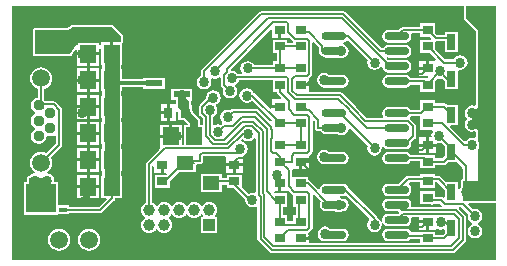
<source format=gbl>
G04 Layer_Physical_Order=2*
G04 Layer_Color=16711680*
%FSLAX24Y24*%
%MOIN*%
G70*
G01*
G75*
%ADD10R,0.0315X0.0354*%
%ADD11R,0.0551X0.0591*%
%ADD12R,0.0256X0.0157*%
%ADD13R,0.0984X0.0965*%
%ADD18C,0.0060*%
%ADD20C,0.0080*%
%ADD21C,0.0394*%
%ADD22R,0.0394X0.0394*%
%ADD23R,0.0591X0.0591*%
%ADD24C,0.0591*%
%ADD25C,0.0370*%
%ADD26C,0.0340*%
%ADD27R,0.0354X0.0315*%
%ADD28R,0.0571X0.0236*%
%ADD29R,0.0551X0.0472*%
%ADD30R,0.0315X0.0551*%
%ADD31R,0.0394X0.1575*%
%ADD32O,0.0827X0.0276*%
%ADD33C,0.0250*%
%ADD34C,0.0500*%
%ADD35C,0.0120*%
G36*
X178664Y125306D02*
X178638Y125267D01*
X178622Y125186D01*
X178638Y125105D01*
X178684Y125036D01*
X178753Y124990D01*
X178834Y124974D01*
X179136D01*
X179157Y124960D01*
X179251Y124941D01*
X179345Y124960D01*
X179366Y124974D01*
X179385D01*
X179466Y124990D01*
X179535Y125036D01*
X179581Y125105D01*
X179597Y125186D01*
X179581Y125267D01*
X179535Y125336D01*
X179466Y125382D01*
X179385Y125398D01*
X179366D01*
X179345Y125412D01*
X179284Y125424D01*
X179289Y125474D01*
X179385D01*
X179466Y125490D01*
X179497Y125511D01*
X180283Y124726D01*
X180280Y124691D01*
X180227Y124611D01*
X180208Y124518D01*
X180227Y124424D01*
X180280Y124345D01*
X180359Y124292D01*
X180453Y124273D01*
X180546Y124292D01*
X180626Y124345D01*
X180679Y124424D01*
X180697Y124518D01*
X180687Y124571D01*
X180734Y124591D01*
X180770Y124536D01*
X180839Y124490D01*
X180920Y124474D01*
X181471D01*
X181553Y124490D01*
X181621Y124536D01*
X181667Y124605D01*
X181683Y124686D01*
X181675Y124727D01*
X181716Y124777D01*
X181942D01*
Y124671D01*
X182219D01*
Y124621D01*
X182269D01*
Y124364D01*
X182497D01*
Y124378D01*
X182547Y124405D01*
X182580Y124382D01*
X182673Y124364D01*
X182734Y124376D01*
X182784Y124338D01*
Y124245D01*
X182721Y124182D01*
X182467D01*
Y124297D01*
X181972D01*
Y124275D01*
X181662D01*
X181621Y124336D01*
X181553Y124382D01*
X181471Y124398D01*
X180920D01*
X180839Y124382D01*
X180770Y124336D01*
X180725Y124267D01*
X180708Y124186D01*
X180725Y124105D01*
X180770Y124036D01*
X180839Y123990D01*
X180920Y123974D01*
X181471D01*
X181553Y123990D01*
X181621Y124036D01*
X181631Y124051D01*
X181972D01*
Y123914D01*
X178264D01*
Y124020D01*
X177987D01*
Y124120D01*
X178264D01*
Y124252D01*
X178273Y124258D01*
X178354Y124339D01*
X178354Y124339D01*
X178378Y124375D01*
X178387Y124418D01*
Y125512D01*
X178437Y125533D01*
X178664Y125306D01*
D02*
G37*
G36*
X183433Y131407D02*
X183438Y131380D01*
X183453Y131357D01*
X183826Y130984D01*
Y130325D01*
Y128523D01*
X183819Y128514D01*
X183776Y128488D01*
X183701Y128503D01*
X183607Y128484D01*
X183528Y128431D01*
X183475Y128352D01*
X183456Y128258D01*
X183475Y128164D01*
X183528Y128085D01*
Y128037D01*
X183475Y127958D01*
X183456Y127864D01*
X183475Y127771D01*
X183528Y127691D01*
X183607Y127638D01*
X183701Y127619D01*
X183776Y127634D01*
X183819Y127608D01*
X183826Y127599D01*
Y127436D01*
X183776Y127405D01*
X183701Y127420D01*
X183607Y127401D01*
X183528Y127348D01*
X183510Y127321D01*
X183446Y127315D01*
X182974Y127787D01*
X182993Y127834D01*
X183239D01*
Y128525D01*
X182874D01*
X182860Y128539D01*
X182823Y128563D01*
X182780Y128572D01*
X182780Y128572D01*
X182467D01*
Y128687D01*
X181972D01*
Y128371D01*
X181958Y128357D01*
X181646D01*
X181621Y128395D01*
X181553Y128441D01*
X181471Y128457D01*
X180920D01*
X180839Y128441D01*
X180770Y128395D01*
X180725Y128326D01*
X180708Y128245D01*
X180725Y128164D01*
X180744Y128135D01*
X180717Y128085D01*
X180191D01*
X179849Y128428D01*
X179847Y128436D01*
X179825Y128470D01*
X179375Y128919D01*
X179342Y128941D01*
X179303Y128949D01*
X178264D01*
Y129138D01*
X177987D01*
Y129238D01*
X178264D01*
Y129401D01*
X178278Y129410D01*
X178336Y129468D01*
X178359Y129501D01*
X178366Y129540D01*
Y130597D01*
X178413Y130616D01*
X178588Y130441D01*
Y130304D01*
X178596Y130261D01*
X178620Y130225D01*
X178650Y130205D01*
X178684Y130154D01*
X178753Y130108D01*
X178834Y130092D01*
X179217D01*
X179226Y130086D01*
X179320Y130067D01*
X179414Y130086D01*
X179440Y130103D01*
X179466Y130108D01*
X179535Y130154D01*
X179581Y130223D01*
X179597Y130304D01*
X179581Y130385D01*
X179535Y130454D01*
X179497Y130479D01*
X179493Y130485D01*
X179414Y130538D01*
X179387Y130543D01*
X179385Y130592D01*
X179466Y130608D01*
X179535Y130654D01*
X179581Y130659D01*
X180225Y130015D01*
X180208Y129931D01*
X180227Y129837D01*
X180280Y129758D01*
X180359Y129705D01*
X180453Y129686D01*
X180546Y129705D01*
X180626Y129758D01*
X180660Y129810D01*
X180679Y129807D01*
X180710Y129795D01*
X180725Y129723D01*
X180770Y129654D01*
X180839Y129608D01*
X180920Y129592D01*
X181471D01*
X181553Y129608D01*
X181621Y129654D01*
X181667Y129723D01*
X181683Y129804D01*
X181667Y129885D01*
X181621Y129954D01*
X181553Y130000D01*
X181471Y130016D01*
X180920D01*
X180898Y130012D01*
X180856Y130054D01*
X180880Y130100D01*
X180920Y130092D01*
X181471D01*
X181553Y130108D01*
X181621Y130154D01*
X181667Y130223D01*
X181683Y130304D01*
X181667Y130385D01*
X181621Y130454D01*
X181553Y130500D01*
X181471Y130516D01*
X180920D01*
X180839Y130500D01*
X180770Y130454D01*
X180738Y130406D01*
X180688D01*
X179485Y131608D01*
X179452Y131630D01*
X179413Y131638D01*
X176656D01*
X176617Y131630D01*
X176584Y131608D01*
X174692Y129716D01*
X174670Y129683D01*
X174662Y129644D01*
Y129511D01*
X174591Y129464D01*
X174538Y129385D01*
X174520Y129291D01*
X174538Y129197D01*
X174591Y129118D01*
X174671Y129065D01*
X174764Y129046D01*
X174858Y129065D01*
X174937Y129118D01*
X174990Y129197D01*
X175009Y129291D01*
X174990Y129385D01*
X174989Y129386D01*
X175025Y129422D01*
X175044Y129410D01*
X175138Y129391D01*
X175231Y129410D01*
X175277Y129440D01*
X175327Y129414D01*
Y129187D01*
X175335Y129148D01*
X175357Y129115D01*
X175402Y129070D01*
X175386Y128986D01*
X175404Y128892D01*
X175457Y128813D01*
X175537Y128760D01*
X175630Y128741D01*
X175724Y128760D01*
X175803Y128813D01*
X175856Y128892D01*
X175875Y128986D01*
X175856Y129079D01*
X175810Y129149D01*
X175805Y129163D01*
X175818Y129209D01*
X175872Y129246D01*
X175925Y129325D01*
X175929Y129344D01*
X177051D01*
Y128961D01*
X177137D01*
X177186Y128951D01*
X177195Y128908D01*
X177219Y128871D01*
X177327Y128763D01*
X177308Y128717D01*
X177021D01*
Y128510D01*
X177298D01*
Y128410D01*
X177021D01*
Y128410D01*
X176975Y128390D01*
X176458Y128908D01*
X176421Y128932D01*
X176409Y128934D01*
X176364Y129001D01*
X176285Y129054D01*
X176191Y129073D01*
X176098Y129054D01*
X176018Y129001D01*
X175965Y128922D01*
X175947Y128828D01*
X175965Y128735D01*
X176018Y128655D01*
X176098Y128602D01*
X176191Y128584D01*
X176285Y128602D01*
X176364Y128655D01*
X176390Y128658D01*
X177036Y128013D01*
X177032Y127990D01*
X176979Y127973D01*
X176594Y128358D01*
X176558Y128382D01*
X176515Y128391D01*
X176515Y128391D01*
X175720D01*
X175720Y128391D01*
X175677Y128382D01*
X175641Y128358D01*
X175641Y128358D01*
X175623Y128341D01*
X175551Y128355D01*
X175458Y128336D01*
X175378Y128283D01*
X175325Y128204D01*
X175306Y128110D01*
X175325Y128017D01*
X175361Y127963D01*
X175367Y127916D01*
X175354Y127893D01*
X175318Y127858D01*
X175247Y127872D01*
X175153Y127854D01*
X175123Y127834D01*
X175073Y127860D01*
Y128125D01*
X175144Y128173D01*
X175197Y128252D01*
X175216Y128346D01*
X175197Y128440D01*
X175169Y128482D01*
X175172Y128534D01*
X175252Y128587D01*
X175305Y128666D01*
X175323Y128760D01*
X175305Y128853D01*
X175252Y128933D01*
X175172Y128986D01*
X175079Y129005D01*
X174985Y128986D01*
X174906Y128933D01*
X174853Y128853D01*
X174834Y128760D01*
X174838Y128739D01*
X174629Y128530D01*
X174607Y128497D01*
X174599Y128458D01*
Y128234D01*
X174607Y128195D01*
X174629Y128162D01*
X174722Y128068D01*
Y127836D01*
X174648D01*
Y127943D01*
X174632Y128019D01*
X174589Y128084D01*
X174394Y128279D01*
X174380Y128352D01*
X174361Y128379D01*
Y128505D01*
X174333D01*
Y128583D01*
X174323Y128630D01*
X174359Y128680D01*
X174381D01*
Y129056D01*
X174079D01*
X174026Y129067D01*
X173972Y129056D01*
X173670D01*
Y128680D01*
X173827D01*
Y128535D01*
X173633D01*
Y128258D01*
Y127981D01*
X173840D01*
Y128272D01*
X173866Y128295D01*
X173890Y128301D01*
X173906Y128285D01*
Y128011D01*
X174100D01*
X174225Y127886D01*
X174204Y127836D01*
X174103D01*
Y127177D01*
X174037D01*
Y127420D01*
X173661D01*
X173286D01*
Y127075D01*
X173286Y127075D01*
X173286D01*
X173270Y127031D01*
X172869Y126630D01*
X172847Y126597D01*
X172839Y126558D01*
Y125264D01*
X172806Y125251D01*
X172751Y125208D01*
X172708Y125152D01*
X172681Y125087D01*
X172672Y125018D01*
X172681Y124948D01*
X172708Y124883D01*
X172751Y124827D01*
X172789Y124798D01*
X172793Y124788D01*
Y124748D01*
X172789Y124738D01*
X172751Y124708D01*
X172708Y124652D01*
X172681Y124587D01*
X172672Y124518D01*
X172681Y124448D01*
X172708Y124383D01*
X172751Y124327D01*
X172806Y124285D01*
X172871Y124258D01*
X172941Y124249D01*
X173011Y124258D01*
X173076Y124285D01*
X173131Y124327D01*
X173161Y124366D01*
X173171Y124370D01*
X173211D01*
X173221Y124366D01*
X173251Y124327D01*
X173306Y124285D01*
X173371Y124258D01*
X173441Y124249D01*
X173511Y124258D01*
X173576Y124285D01*
X173631Y124327D01*
X173674Y124383D01*
X173701Y124448D01*
X173710Y124518D01*
X173701Y124587D01*
X173674Y124652D01*
X173631Y124708D01*
X173593Y124738D01*
X173589Y124748D01*
Y124788D01*
X173593Y124798D01*
X173631Y124827D01*
X173661Y124866D01*
X173671Y124870D01*
X173711D01*
X173721Y124866D01*
X173751Y124827D01*
X173806Y124785D01*
X173871Y124758D01*
X173941Y124749D01*
X174011Y124758D01*
X174076Y124785D01*
X174131Y124827D01*
X174161Y124866D01*
X174171Y124870D01*
X174211D01*
X174221Y124866D01*
X174251Y124827D01*
X174306Y124785D01*
X174371Y124758D01*
X174441Y124749D01*
X174511Y124758D01*
X174576Y124785D01*
X174631Y124827D01*
X174661Y124866D01*
X174671Y124870D01*
X174711D01*
X174721Y124866D01*
X174745Y124835D01*
X174738Y124807D01*
X174724Y124785D01*
X174674D01*
Y124251D01*
X175208D01*
Y124785D01*
X175158D01*
X175144Y124807D01*
X175137Y124835D01*
X175174Y124883D01*
X175201Y124948D01*
X175210Y125018D01*
X175201Y125087D01*
X175174Y125152D01*
X175131Y125208D01*
X175076Y125251D01*
X175011Y125278D01*
X174941Y125287D01*
X174871Y125278D01*
X174806Y125251D01*
X174751Y125208D01*
X174721Y125169D01*
X174711Y125166D01*
X174671D01*
X174661Y125169D01*
X174631Y125208D01*
X174576Y125251D01*
X174511Y125278D01*
X174441Y125287D01*
X174371Y125278D01*
X174306Y125251D01*
X174251Y125208D01*
X174221Y125169D01*
X174211Y125166D01*
X174171D01*
X174161Y125169D01*
X174131Y125208D01*
X174076Y125251D01*
X174011Y125278D01*
X173941Y125287D01*
X173871Y125278D01*
X173806Y125251D01*
X173751Y125208D01*
X173721Y125169D01*
X173711Y125166D01*
X173671D01*
X173661Y125169D01*
X173631Y125208D01*
X173576Y125251D01*
X173511Y125278D01*
X173441Y125287D01*
X173371Y125278D01*
X173306Y125251D01*
X173251Y125208D01*
X173221Y125169D01*
X173211Y125166D01*
X173171D01*
X173161Y125169D01*
X173131Y125208D01*
X173076Y125251D01*
X173043Y125264D01*
Y126483D01*
X173055Y126491D01*
X173105Y126465D01*
Y126265D01*
X173332D01*
Y126522D01*
X173432D01*
Y126265D01*
X173492D01*
X173517Y126215D01*
X173505Y126199D01*
X173135D01*
Y125744D01*
X173629D01*
Y125980D01*
X173924Y126275D01*
X174494D01*
Y126500D01*
X174508Y126509D01*
X174530Y126542D01*
X174530Y126545D01*
X174639D01*
X174678Y126553D01*
X174711Y126575D01*
X174734Y126608D01*
X174741Y126647D01*
Y126816D01*
X175471D01*
X175505Y126780D01*
X175505Y126766D01*
Y126572D01*
X175782D01*
X176059D01*
X176059Y126776D01*
X176068Y126799D01*
X176078Y126822D01*
X176155Y126874D01*
X176208Y126953D01*
X176227Y127047D01*
X176208Y127140D01*
X176155Y127220D01*
X176076Y127273D01*
X176021Y127284D01*
X176005Y127338D01*
X176045Y127378D01*
X176068Y127376D01*
X176147Y127323D01*
X176241Y127304D01*
X176334Y127323D01*
X176414Y127376D01*
X176439Y127414D01*
X176489Y127399D01*
Y125619D01*
X176439Y125580D01*
X176382Y125592D01*
X176288Y125573D01*
X176259Y125553D01*
X176029Y125783D01*
Y126199D01*
X175535D01*
Y126083D01*
X175361D01*
Y126218D01*
X174669D01*
Y125606D01*
X175361D01*
Y125859D01*
X175535D01*
Y125744D01*
X175751D01*
X176139Y125356D01*
X176137Y125347D01*
X176156Y125253D01*
X176209Y125174D01*
X176288Y125121D01*
X176382Y125102D01*
X176476Y125121D01*
X176506Y125141D01*
X176550Y125117D01*
Y124056D01*
X176558Y124017D01*
X176580Y123984D01*
X176954Y123610D01*
X176987Y123588D01*
X177026Y123580D01*
X183053D01*
X183092Y123588D01*
X183125Y123610D01*
X183471Y123957D01*
X183493Y123990D01*
X183501Y124029D01*
Y124770D01*
X183493Y124809D01*
X183471Y124843D01*
X183254Y125060D01*
X183275Y125110D01*
X183344D01*
X183569Y124885D01*
X183555Y124813D01*
X183573Y124719D01*
X183626Y124640D01*
X183694Y124595D01*
X183697Y124581D01*
Y124553D01*
X183694Y124539D01*
X183626Y124494D01*
X183573Y124414D01*
X183555Y124321D01*
X183573Y124227D01*
X183626Y124148D01*
X183706Y124095D01*
X183799Y124076D01*
X183893Y124095D01*
X183972Y124148D01*
X184025Y124227D01*
X184044Y124321D01*
X184025Y124414D01*
X183972Y124494D01*
X183905Y124539D01*
X183901Y124553D01*
Y124581D01*
X183905Y124595D01*
X183972Y124640D01*
X184025Y124719D01*
X184044Y124813D01*
X184025Y124907D01*
X183972Y124986D01*
X183893Y125039D01*
X183799Y125058D01*
X183727Y125043D01*
X183583Y125188D01*
X183602Y125234D01*
X184486D01*
Y123361D01*
X168370D01*
Y131805D01*
X183433D01*
Y131407D01*
D02*
G37*
G36*
X184486Y125305D02*
X183464D01*
X183433Y125326D01*
X183406Y125331D01*
Y125994D01*
X183898D01*
Y127038D01*
X183927Y127082D01*
X183945Y127175D01*
X183927Y127269D01*
X183898Y127313D01*
Y127667D01*
X183701Y127864D01*
Y128258D01*
X183898Y128455D01*
Y130325D01*
Y131014D01*
X183504Y131407D01*
Y131805D01*
X184486D01*
Y125305D01*
D02*
G37*
G36*
X177348Y125643D02*
X177575D01*
X177575Y125643D01*
Y125643D01*
X177617Y125622D01*
X177701Y125538D01*
X177738Y125513D01*
X177740Y125513D01*
Y125122D01*
X177836D01*
Y124849D01*
X177740D01*
Y124642D01*
X177545D01*
Y124849D01*
X177400D01*
Y125122D01*
X177545D01*
Y125577D01*
X177109D01*
X177098Y125593D01*
X177124Y125643D01*
X177248D01*
Y125901D01*
X177348D01*
Y125643D01*
D02*
G37*
G36*
X181972Y127681D02*
X182369D01*
X182396Y127631D01*
X182367Y127589D01*
X182349Y127495D01*
X182353Y127476D01*
X182321Y127438D01*
X182269D01*
Y127230D01*
X182511D01*
X182547Y127260D01*
X182593Y127250D01*
X182665Y127265D01*
X182784Y127146D01*
Y126811D01*
X182714Y126741D01*
X182467D01*
Y126856D01*
X182107D01*
X182103Y126857D01*
X182103Y126857D01*
X181646D01*
X181621Y126895D01*
X181553Y126941D01*
X181471Y126957D01*
X180920D01*
X180839Y126941D01*
X180770Y126895D01*
X180725Y126826D01*
X180708Y126745D01*
X180725Y126664D01*
X180770Y126595D01*
X180839Y126549D01*
X180920Y126533D01*
X181471D01*
X181553Y126549D01*
X181621Y126595D01*
X181646Y126633D01*
X181972D01*
Y126401D01*
X182467D01*
Y126517D01*
X182761D01*
X182761Y126517D01*
X182804Y126525D01*
X182840Y126550D01*
X182904Y126613D01*
X183199D01*
X183374Y126438D01*
X183381Y126404D01*
X183392Y126387D01*
Y126063D01*
X183378Y126060D01*
X183355Y126045D01*
X183340Y126021D01*
X183334Y125994D01*
Y125776D01*
X183331Y125773D01*
X183289Y125711D01*
X183239Y125726D01*
Y125966D01*
X182835D01*
X182673Y126128D01*
X182636Y126152D01*
X182593Y126160D01*
X182593Y126160D01*
X182467D01*
Y126207D01*
X181972D01*
Y126160D01*
X181558D01*
X181558Y126160D01*
X181515Y126152D01*
X181479Y126128D01*
X181479Y126128D01*
X181249Y125898D01*
X180920D01*
X180839Y125882D01*
X180770Y125836D01*
X180725Y125767D01*
X180708Y125686D01*
X180725Y125605D01*
X180770Y125536D01*
X180839Y125490D01*
X180920Y125474D01*
X181471D01*
X181553Y125490D01*
X181621Y125536D01*
X181667Y125605D01*
X181683Y125686D01*
X181667Y125767D01*
X181621Y125836D01*
X181604Y125848D01*
X181598Y125901D01*
X181630Y125936D01*
X181972D01*
Y125752D01*
X182467D01*
Y125936D01*
X182547D01*
X182784Y125699D01*
Y125457D01*
X182734Y125431D01*
X182721Y125440D01*
X182678Y125448D01*
X182678Y125448D01*
X182467D01*
Y125656D01*
X181972D01*
Y125201D01*
X182326D01*
X182337Y125199D01*
X182380D01*
X182380Y125199D01*
X182391Y125201D01*
X182467D01*
Y125224D01*
X182632D01*
X182695Y125161D01*
X182674Y125111D01*
X181708D01*
X181676Y125149D01*
X181683Y125186D01*
X181667Y125267D01*
X181621Y125336D01*
X181553Y125382D01*
X181471Y125398D01*
X180920D01*
X180839Y125382D01*
X180770Y125336D01*
X180725Y125267D01*
X180708Y125186D01*
X180725Y125105D01*
X180770Y125036D01*
X180839Y124990D01*
X180920Y124974D01*
X181248D01*
X181282Y124940D01*
X181264Y124908D01*
X181256Y124898D01*
X180920D01*
X180839Y124882D01*
X180770Y124836D01*
X180725Y124767D01*
X180708Y124686D01*
X180717Y124645D01*
X180669Y124625D01*
X180626Y124691D01*
X180561Y124734D01*
X180556Y124757D01*
X180532Y124794D01*
X180532Y124794D01*
X179586Y125740D01*
X179581Y125767D01*
X179535Y125836D01*
X179466Y125882D01*
X179385Y125898D01*
X178834D01*
X178753Y125882D01*
X178684Y125836D01*
X178638Y125767D01*
X178630Y125727D01*
X178576Y125711D01*
X178307Y125980D01*
X178270Y126004D01*
X178234Y126011D01*
Y126128D01*
X177740D01*
Y126128D01*
X177698Y126146D01*
Y126327D01*
X177703Y126345D01*
X177743Y126371D01*
X177937D01*
Y126629D01*
X177987D01*
Y126679D01*
X178264D01*
Y126817D01*
X178289Y126833D01*
X178354Y126898D01*
X178354Y126898D01*
X178378Y126934D01*
X178387Y126977D01*
X178387Y126977D01*
Y127988D01*
X178433Y128007D01*
X178470Y127969D01*
Y127745D01*
X178479Y127702D01*
X178503Y127666D01*
X178539Y127641D01*
X178582Y127633D01*
X178659D01*
X178684Y127595D01*
X178753Y127549D01*
X178834Y127533D01*
X179235D01*
X179256Y127519D01*
X179349Y127500D01*
X179443Y127519D01*
X179522Y127572D01*
X179575Y127651D01*
X179577Y127658D01*
X179581Y127664D01*
X179592Y127722D01*
X179645Y127741D01*
X180225Y127161D01*
X180208Y127077D01*
X180227Y126983D01*
X180280Y126904D01*
X180359Y126851D01*
X180453Y126832D01*
X180546Y126851D01*
X180626Y126904D01*
X180679Y126983D01*
X180697Y127077D01*
X180687Y127130D01*
X180734Y127150D01*
X180770Y127095D01*
X180839Y127049D01*
X180920Y127033D01*
X181471D01*
X181553Y127049D01*
X181621Y127095D01*
X181667Y127164D01*
X181683Y127245D01*
X181678Y127272D01*
X181804Y127398D01*
X181826Y127431D01*
X181834Y127470D01*
Y127821D01*
X181826Y127860D01*
X181804Y127893D01*
X181646Y128051D01*
X181642Y128058D01*
X181640Y128086D01*
X181681Y128133D01*
X181972D01*
Y127681D01*
D02*
G37*
G36*
X177021Y131008D02*
Y130761D01*
X177248D01*
Y131019D01*
X177348D01*
Y130761D01*
X177575D01*
Y130761D01*
X177607Y130774D01*
X177728Y130653D01*
X177740Y130645D01*
Y130580D01*
X177545D01*
Y130695D01*
X177051D01*
Y130240D01*
X177186D01*
Y129967D01*
X177051D01*
Y129851D01*
X176431D01*
X176394Y129907D01*
X176314Y129960D01*
X176221Y129979D01*
X176127Y129960D01*
X176047Y129907D01*
X175994Y129828D01*
X175976Y129734D01*
X175994Y129641D01*
X176023Y129597D01*
X175997Y129547D01*
X175902D01*
X175872Y129592D01*
X175793Y129645D01*
X175699Y129664D01*
X175678Y129659D01*
X175653Y129705D01*
X176975Y131027D01*
X177021Y131008D01*
D02*
G37*
%LPC*%
G36*
X178780Y127026D02*
X178686Y127008D01*
X178606Y126955D01*
X178553Y126875D01*
X178535Y126782D01*
X178553Y126688D01*
X178606Y126608D01*
X178686Y126555D01*
X178780Y126537D01*
X178798Y126540D01*
X178834Y126533D01*
X179385D01*
X179466Y126549D01*
X179535Y126595D01*
X179581Y126664D01*
X179597Y126745D01*
X179581Y126826D01*
X179535Y126895D01*
X179466Y126941D01*
X179385Y126957D01*
X178949D01*
X178873Y127008D01*
X178780Y127026D01*
D02*
G37*
G36*
X178264Y126579D02*
X178037D01*
Y126371D01*
X178264D01*
Y126579D01*
D02*
G37*
G36*
X170856Y126633D02*
X170530D01*
Y126288D01*
X170856D01*
Y126633D01*
D02*
G37*
G36*
X171281D02*
X170956D01*
Y126288D01*
X171281D01*
Y126633D01*
D02*
G37*
G36*
X170856Y127078D02*
X170530D01*
Y126733D01*
X170856D01*
Y127078D01*
D02*
G37*
G36*
X182169Y127130D02*
X181942D01*
Y126923D01*
X182169D01*
Y127130D01*
D02*
G37*
G36*
X182497D02*
X182269D01*
Y126923D01*
X182497D01*
Y127130D01*
D02*
G37*
G36*
X171281Y127078D02*
X170956D01*
Y126733D01*
X171281D01*
Y127078D01*
D02*
G37*
G36*
X170856Y127519D02*
X170530D01*
Y127174D01*
X170856D01*
Y127519D01*
D02*
G37*
G36*
X182169Y124571D02*
X181942D01*
Y124364D01*
X182169D01*
Y124571D01*
D02*
G37*
G36*
X170856Y125747D02*
X170530D01*
Y125402D01*
X170856D01*
Y125747D01*
D02*
G37*
G36*
X178796Y124467D02*
X178702Y124449D01*
X178623Y124395D01*
X178570Y124316D01*
X178551Y124222D01*
X178570Y124129D01*
X178623Y124049D01*
X178702Y123996D01*
X178796Y123978D01*
X178806Y123980D01*
X178834Y123974D01*
X179385D01*
X179466Y123990D01*
X179535Y124036D01*
X179581Y124105D01*
X179597Y124186D01*
X179581Y124267D01*
X179535Y124336D01*
X179466Y124382D01*
X179385Y124398D01*
X178965D01*
X178890Y124449D01*
X178796Y124467D01*
D02*
G37*
G36*
X169937Y124394D02*
X169842Y124381D01*
X169753Y124345D01*
X169676Y124286D01*
X169618Y124210D01*
X169581Y124121D01*
X169569Y124026D01*
X169581Y123930D01*
X169618Y123841D01*
X169676Y123765D01*
X169753Y123707D01*
X169842Y123670D01*
X169937Y123657D01*
X170032Y123670D01*
X170121Y123707D01*
X170198Y123765D01*
X170256Y123841D01*
X170293Y123930D01*
X170305Y124026D01*
X170293Y124121D01*
X170256Y124210D01*
X170198Y124286D01*
X170121Y124345D01*
X170032Y124381D01*
X169937Y124394D01*
D02*
G37*
G36*
X170937D02*
X170842Y124381D01*
X170753Y124345D01*
X170676Y124286D01*
X170618Y124210D01*
X170581Y124121D01*
X170569Y124026D01*
X170581Y123930D01*
X170618Y123841D01*
X170676Y123765D01*
X170753Y123707D01*
X170842Y123670D01*
X170937Y123657D01*
X171032Y123670D01*
X171121Y123707D01*
X171198Y123765D01*
X171256Y123841D01*
X171293Y123930D01*
X171305Y124026D01*
X171293Y124121D01*
X171256Y124210D01*
X171198Y124286D01*
X171121Y124345D01*
X171032Y124381D01*
X170937Y124394D01*
D02*
G37*
G36*
X175732Y126472D02*
X175505D01*
Y126265D01*
X175732D01*
Y126472D01*
D02*
G37*
G36*
X176059D02*
X175832D01*
Y126265D01*
X176059D01*
Y126472D01*
D02*
G37*
G36*
X171281Y126193D02*
X170956D01*
Y125847D01*
X171281D01*
Y126193D01*
D02*
G37*
G36*
Y125747D02*
X170956D01*
Y125402D01*
X171281D01*
Y125747D01*
D02*
G37*
G36*
X170856Y126193D02*
X170530D01*
Y125847D01*
X170856D01*
Y126193D01*
D02*
G37*
G36*
X178780Y129585D02*
X178686Y129567D01*
X178607Y129514D01*
X178553Y129434D01*
X178535Y129341D01*
X178553Y129247D01*
X178607Y129167D01*
X178686Y129114D01*
X178780Y129096D01*
X178798Y129099D01*
X178834Y129092D01*
X179385D01*
X179466Y129108D01*
X179535Y129154D01*
X179581Y129223D01*
X179597Y129304D01*
X179581Y129385D01*
X179535Y129454D01*
X179466Y129500D01*
X179385Y129516D01*
X178949D01*
X178873Y129567D01*
X178780Y129585D01*
D02*
G37*
G36*
X170856Y129736D02*
X170530D01*
Y129391D01*
X170856D01*
Y129736D01*
D02*
G37*
G36*
X171281Y129291D02*
X170956D01*
Y128945D01*
X171281D01*
Y129291D01*
D02*
G37*
G36*
Y128850D02*
X170956D01*
Y128505D01*
X171281D01*
Y128850D01*
D02*
G37*
G36*
X170856Y129291D02*
X170530D01*
Y128945D01*
X170856D01*
Y129291D01*
D02*
G37*
G36*
X171281Y129736D02*
X170956D01*
Y129391D01*
X171281D01*
Y129736D01*
D02*
G37*
G36*
X182467Y131246D02*
X181972D01*
Y131131D01*
X181410D01*
X181410Y131131D01*
X181368Y131122D01*
X181331Y131098D01*
X181331Y131098D01*
X181249Y131016D01*
X180920D01*
X180839Y131000D01*
X180770Y130954D01*
X180725Y130885D01*
X180708Y130804D01*
X180725Y130723D01*
X180770Y130654D01*
X180839Y130608D01*
X180920Y130592D01*
X181471D01*
X181553Y130608D01*
X181621Y130654D01*
X181667Y130723D01*
X181683Y130804D01*
X181673Y130857D01*
X181708Y130907D01*
X181972D01*
Y130791D01*
X182288D01*
X182338Y130741D01*
X182319Y130695D01*
X181972D01*
Y130240D01*
X182303D01*
X182496Y130047D01*
X182475Y129997D01*
X182455Y129997D01*
X182269D01*
Y129739D01*
X182219D01*
Y129689D01*
X181942D01*
Y129482D01*
X182221D01*
X182246Y129432D01*
X182234Y129415D01*
X182107D01*
X182103Y129416D01*
X182103Y129416D01*
X181646D01*
X181621Y129454D01*
X181553Y129500D01*
X181471Y129516D01*
X180920D01*
X180839Y129500D01*
X180770Y129454D01*
X180725Y129385D01*
X180708Y129304D01*
X180725Y129223D01*
X180770Y129154D01*
X180839Y129108D01*
X180920Y129092D01*
X181471D01*
X181553Y129108D01*
X181621Y129154D01*
X181646Y129192D01*
X181972D01*
Y128961D01*
X182467D01*
Y129306D01*
X182566Y129405D01*
X182638Y129391D01*
X182710Y129405D01*
X182784Y129331D01*
Y129051D01*
X183239D01*
Y129660D01*
X183278Y129692D01*
X183307Y129686D01*
X183401Y129705D01*
X183480Y129758D01*
X183533Y129837D01*
X183552Y129931D01*
X183533Y130025D01*
X183480Y130104D01*
X183401Y130157D01*
X183307Y130176D01*
X183213Y130157D01*
X183134Y130104D01*
X183087Y130033D01*
X182798D01*
X182467Y130365D01*
Y130627D01*
X182484Y130642D01*
X182484Y130642D01*
X182784D01*
Y130271D01*
X183239D01*
Y130962D01*
X182784D01*
Y130866D01*
X182531D01*
X182467Y130930D01*
Y131246D01*
D02*
G37*
G36*
X171693Y131184D02*
X170413D01*
X170411Y131183D01*
X170408Y131183D01*
X170397Y131180D01*
X170386Y131178D01*
X170384Y131177D01*
X170381Y131176D01*
X170200Y131085D01*
X169134D01*
X169107Y131080D01*
X169083Y131064D01*
X169068Y131041D01*
X169062Y131014D01*
Y130226D01*
X169068Y130199D01*
X169083Y130176D01*
X169107Y130160D01*
X169134Y130155D01*
X170315D01*
X170322Y130156D01*
X170329Y130156D01*
X170335Y130159D01*
X170342Y130160D01*
X170348Y130164D01*
X170355Y130167D01*
X170360Y130172D01*
X170365Y130176D01*
X170369Y130182D01*
X170374Y130187D01*
X170482Y130348D01*
X170530Y130334D01*
Y130276D01*
X170905D01*
X171281D01*
Y130414D01*
X171304Y130421D01*
X171347Y130383D01*
Y129861D01*
X171370D01*
Y129706D01*
X171347D01*
Y128975D01*
X171370D01*
Y128820D01*
X171347D01*
Y128089D01*
X171370D01*
Y127934D01*
X171347D01*
Y127204D01*
X171370D01*
Y127048D01*
X171347D01*
Y126318D01*
X171370D01*
Y126163D01*
X171347D01*
Y125432D01*
X171512D01*
X171531Y125386D01*
X171267Y125122D01*
X170277D01*
Y125168D01*
X169893D01*
Y125956D01*
X169804D01*
X169772Y125994D01*
X169754Y126088D01*
X169701Y126167D01*
X169621Y126220D01*
X169561Y126232D01*
X169549Y126286D01*
X169599Y126324D01*
X169658Y126400D01*
X169694Y126489D01*
X169707Y126585D01*
X169694Y126680D01*
X169660Y126762D01*
X170003Y127105D01*
X170025Y127138D01*
X170033Y127177D01*
Y128366D01*
X170025Y128405D01*
X170003Y128438D01*
X169836Y128605D01*
X169803Y128627D01*
X169764Y128635D01*
X169471D01*
X169441Y128681D01*
Y129046D01*
X169523Y129081D01*
X169599Y129139D01*
X169658Y129215D01*
X169694Y129304D01*
X169707Y129400D01*
X169694Y129495D01*
X169658Y129584D01*
X169599Y129660D01*
X169523Y129719D01*
X169434Y129755D01*
X169339Y129768D01*
X169243Y129755D01*
X169154Y129719D01*
X169078Y129660D01*
X169020Y129584D01*
X168983Y129495D01*
X168970Y129400D01*
X168983Y129304D01*
X169020Y129215D01*
X169078Y129139D01*
X169154Y129081D01*
X169237Y129046D01*
Y128761D01*
X169152Y128744D01*
X169068Y128688D01*
X169012Y128603D01*
X168992Y128504D01*
X169012Y128404D01*
X169068Y128320D01*
X169134Y128276D01*
Y128220D01*
X169068Y128176D01*
X169012Y128092D01*
X168992Y127992D01*
X169012Y127893D01*
X169068Y127808D01*
X169134Y127764D01*
Y127708D01*
X169068Y127664D01*
X169012Y127580D01*
X168992Y127480D01*
X169012Y127381D01*
X169068Y127296D01*
X169152Y127240D01*
X169252Y127220D01*
X169351Y127240D01*
X169436Y127296D01*
X169492Y127381D01*
X169508Y127461D01*
X169536Y127487D01*
X169560Y127493D01*
X169646Y127476D01*
X169745Y127496D01*
X169785Y127522D01*
X169829Y127499D01*
Y127219D01*
X169516Y126906D01*
X169434Y126941D01*
X169339Y126953D01*
X169243Y126941D01*
X169154Y126904D01*
X169078Y126845D01*
X169020Y126769D01*
X168983Y126680D01*
X168970Y126585D01*
X168983Y126489D01*
X169020Y126400D01*
X169078Y126324D01*
X169126Y126287D01*
X169113Y126235D01*
X169040Y126220D01*
X168961Y126167D01*
X168959Y126164D01*
X168937D01*
X168910Y126158D01*
X168887Y126143D01*
X168871Y126120D01*
X168866Y126093D01*
Y125956D01*
X168769D01*
Y124851D01*
X169893D01*
Y124871D01*
X170277D01*
Y124918D01*
X171309D01*
X171348Y124925D01*
X171381Y124948D01*
X171765Y125331D01*
X171787Y125365D01*
X171795Y125404D01*
X171831Y125432D01*
X172038D01*
Y126163D01*
X172016D01*
Y126318D01*
X172038D01*
Y127048D01*
X172016D01*
Y127204D01*
X172038D01*
Y127934D01*
X172016D01*
Y128089D01*
X172038D01*
Y128820D01*
X172016D01*
Y128975D01*
X172038D01*
Y129110D01*
X172745D01*
Y129054D01*
X173456D01*
Y129430D01*
X172745D01*
Y129375D01*
X172038D01*
Y129706D01*
X172016D01*
Y129861D01*
X172038D01*
Y130571D01*
X172039Y130571D01*
X172054Y130594D01*
X172060Y130622D01*
Y130817D01*
X172054Y130844D01*
X172039Y130867D01*
X171743Y131163D01*
X171720Y131178D01*
X171693Y131184D01*
D02*
G37*
G36*
X171281Y130176D02*
X170956D01*
Y129831D01*
X171281D01*
Y130176D01*
D02*
G37*
G36*
X182169Y129997D02*
X181942D01*
Y129789D01*
X182169D01*
Y129997D01*
D02*
G37*
G36*
X170856Y130176D02*
X170530D01*
Y129831D01*
X170856D01*
Y130176D01*
D02*
G37*
G36*
X170856Y127964D02*
X170530D01*
Y127619D01*
X170856D01*
Y127964D01*
D02*
G37*
G36*
X171281Y127519D02*
X170956D01*
Y127174D01*
X171281D01*
Y127519D01*
D02*
G37*
G36*
X174037Y127866D02*
X173711D01*
Y127520D01*
X174037D01*
Y127866D01*
D02*
G37*
G36*
X182169Y127438D02*
X181942D01*
Y127230D01*
X182169D01*
Y127438D01*
D02*
G37*
G36*
X173611Y127866D02*
X173286D01*
Y127520D01*
X173611D01*
Y127866D01*
D02*
G37*
G36*
X171281Y127964D02*
X170956D01*
Y127619D01*
X171281D01*
Y127964D01*
D02*
G37*
G36*
X173533Y128535D02*
X173325D01*
Y128308D01*
X173533D01*
Y128535D01*
D02*
G37*
G36*
X170856Y128850D02*
X170530D01*
Y128505D01*
X170856D01*
Y128850D01*
D02*
G37*
G36*
X171281Y128405D02*
X170956D01*
Y128059D01*
X171281D01*
Y128405D01*
D02*
G37*
G36*
X173533Y128208D02*
X173325D01*
Y127981D01*
X173533D01*
Y128208D01*
D02*
G37*
G36*
X170856Y128405D02*
X170530D01*
Y128059D01*
X170856D01*
Y128405D01*
D02*
G37*
%LPD*%
G36*
X169626Y125108D02*
X168937D01*
Y126093D01*
X169626D01*
Y125108D01*
D02*
G37*
G36*
X171890Y130915D02*
X171988Y130817D01*
Y130622D01*
X171743D01*
Y130226D01*
X171643D01*
Y130622D01*
X171317D01*
Y130522D01*
X171251D01*
Y130592D01*
X170560D01*
Y130522D01*
X170512D01*
X170315Y130226D01*
X169134D01*
Y131014D01*
X170217D01*
X170413Y131112D01*
X171693D01*
X171890Y130915D01*
D02*
G37*
D10*
X173583Y128258D02*
D03*
X174134D02*
D03*
D11*
X174449Y127470D02*
D03*
X173661D02*
D03*
X171693Y130226D02*
D03*
X170906D02*
D03*
X171693Y129341D02*
D03*
X170906D02*
D03*
X171693Y128455D02*
D03*
X170906D02*
D03*
X171693Y127569D02*
D03*
X170906D02*
D03*
X171693Y126683D02*
D03*
X170906D02*
D03*
X171693Y125797D02*
D03*
X170906D02*
D03*
D12*
X170079Y125787D02*
D03*
Y125531D02*
D03*
Y125276D02*
D03*
Y125020D02*
D03*
D13*
X169331Y125404D02*
D03*
D18*
X177800Y130725D02*
X178206D01*
X175429Y129531D02*
X175524Y129626D01*
Y129721D01*
X177080Y131276D01*
X177517D01*
X177575Y131218D01*
Y130950D02*
Y131218D01*
Y130950D02*
X177800Y130725D01*
X175138Y129636D02*
X176908Y131406D01*
X179360D01*
X174764Y129644D02*
X176656Y131536D01*
X179413D01*
X174764Y129291D02*
Y129644D01*
X179360Y131406D02*
X180962Y129804D01*
X179413Y131536D02*
X180645Y130304D01*
X169931Y127177D02*
Y128366D01*
X169415Y128420D02*
Y128533D01*
X169319Y129468D02*
X169363Y129424D01*
X169339Y128496D02*
Y129400D01*
Y126585D02*
X169931Y127177D01*
X169764Y128533D02*
X169931Y128366D01*
X169415Y128533D02*
X169764D01*
X175429Y129187D02*
Y129531D01*
Y129187D02*
X175630Y128986D01*
X175699Y129419D02*
Y129430D01*
X175715Y129445D01*
X177517D01*
X176039Y127949D02*
X176406D01*
X176721Y127634D01*
Y125573D02*
Y127634D01*
X176129Y127819D02*
X176353D01*
X176591Y127580D01*
Y125520D02*
Y127580D01*
X175003Y128760D02*
X175079D01*
X174701Y128458D02*
X175003Y128760D01*
X174701Y128234D02*
Y128458D01*
Y128234D02*
X174824Y128111D01*
Y127484D02*
Y128111D01*
Y127484D02*
X175081Y127227D01*
X175538D01*
X176129Y127819D01*
X176591Y125520D02*
X176652Y125459D01*
Y124056D02*
Y125459D01*
Y124056D02*
X177026Y123682D01*
X183053D01*
X183399Y124029D01*
Y124770D01*
X183161Y125009D02*
X183399Y124770D01*
X181358Y125009D02*
X183161D01*
X181196Y125171D02*
X181358Y125009D01*
X181196Y125171D02*
Y125186D01*
X174971Y127521D02*
Y128346D01*
Y127521D02*
X175135Y127357D01*
X175448D01*
X176039Y127949D01*
X176721Y125573D02*
X176782Y125513D01*
Y124110D02*
Y125513D01*
Y124110D02*
X177080Y123812D01*
X182999D01*
X183269Y124083D01*
Y124717D01*
X183107Y124879D02*
X183269Y124717D01*
X181388Y124879D02*
X183107D01*
X181196Y124686D02*
X181388Y124879D01*
X174698Y126918D02*
X175853D01*
X175982Y127047D01*
X173459Y127075D02*
X174810D01*
X172941Y126558D02*
X173459Y127075D01*
X174639Y126859D02*
X174698Y126918D01*
X178264Y129540D02*
Y130666D01*
X177710Y129387D02*
X177805Y129482D01*
X178206Y130725D02*
X178264Y130666D01*
X178206Y129482D02*
X178264Y129540D01*
X177805Y129482D02*
X178206D01*
X180962Y129804D02*
X181196D01*
X179582Y130802D02*
X180453Y129931D01*
X179109Y130802D02*
X179582D01*
X179109D02*
Y130804D01*
X180645Y130304D02*
X181196D01*
X182756Y129931D02*
X183307D01*
X182219Y130468D02*
X182756Y129931D01*
X177580Y128935D02*
Y129382D01*
X177517Y129445D02*
X177580Y129382D01*
X178155Y129188D02*
X178603Y129637D01*
X177987Y129188D02*
X178155D01*
X178603Y129637D02*
Y129804D01*
X180077Y126681D02*
X180520D01*
X179831Y126927D02*
X180077Y126681D01*
X179831Y126927D02*
Y126930D01*
X182047Y127007D02*
X182219Y127180D01*
X178596Y124686D02*
X179109D01*
X178621Y127245D02*
X179109D01*
X178596Y124542D02*
Y124686D01*
X174149Y126581D02*
X174436D01*
X177580Y128935D02*
X177798Y128717D01*
X177710Y128989D02*
Y129387D01*
Y128989D02*
X177852Y128847D01*
X181196Y127245D02*
X181507D01*
X178603Y129804D02*
X179109D01*
X179493D01*
Y129625D02*
Y129804D01*
Y129625D02*
X179783Y129334D01*
X182047Y129566D02*
X182219Y129739D01*
X179783Y129334D02*
X180614D01*
X180846Y129566D01*
X182047D01*
X180646Y124248D02*
X180832Y124434D01*
X180060Y124248D02*
X180646D01*
X180520Y126681D02*
X180846Y127007D01*
X182047D01*
X179109Y127245D02*
X179516D01*
X179831Y126930D01*
X181570Y127983D02*
X181732Y127821D01*
X181507Y127245D02*
X181732Y127470D01*
Y127821D01*
X179109Y127745D02*
X179349D01*
X179109Y124686D02*
X179622D01*
X180060Y124248D01*
X177987Y126629D02*
Y126718D01*
X178621Y127061D02*
Y127245D01*
X178277Y126718D02*
X178621Y127061D01*
X174149Y126581D02*
X174214Y126647D01*
X174639D01*
Y126859D01*
X180832Y124434D02*
X182032D01*
X182219Y124621D01*
X177987Y126718D02*
X178277D01*
X178282Y124228D02*
X178596Y124542D01*
X172941Y125215D02*
Y126558D01*
X171693Y125404D02*
Y125797D01*
Y125404D02*
X171693Y125404D01*
X170079Y125020D02*
X171309D01*
X171693Y125404D01*
X179753Y128379D02*
X180149Y127983D01*
X181570D01*
X180203Y127745D02*
X181196D01*
X179753Y128379D02*
Y128397D01*
X177852Y128847D02*
X179303D01*
X179753Y128397D01*
X177798Y128717D02*
X179249D01*
X179623Y128344D01*
Y128325D02*
Y128344D01*
Y128325D02*
X180203Y127745D01*
X179284Y128245D02*
X180453Y127077D01*
X179109Y128245D02*
X179284D01*
X177298Y124621D02*
Y125349D01*
Y124621D02*
X177298Y124621D01*
D20*
X176191Y128828D02*
X176378D01*
X177298Y127908D01*
X176515Y128279D02*
X177011Y127782D01*
X175720Y128279D02*
X176515D01*
X176452Y128129D02*
X176861Y127720D01*
X176022Y128129D02*
X176452D01*
X177011Y127705D02*
Y127782D01*
X175551Y128110D02*
X175720Y128279D01*
X176861Y125635D02*
Y127720D01*
X174810Y127075D02*
X175583D01*
X176057Y127549D01*
X176241D01*
X175721Y127828D02*
X176022Y128129D01*
X175447Y127828D02*
X175721D01*
X175247Y127627D02*
X175447Y127828D01*
X177011Y127705D02*
X177033Y127683D01*
Y127405D02*
Y127683D01*
X177011Y127383D02*
X177033Y127405D01*
X176861Y125635D02*
X177147Y125349D01*
X177011Y126977D02*
X177076Y126913D01*
X177011Y126977D02*
Y127383D01*
X182768Y124070D02*
X183076Y124378D01*
X182219Y124070D02*
X182768D01*
X183390Y125222D02*
X183799Y124813D01*
X182792Y125222D02*
X183390D01*
X182678Y125336D02*
X182792Y125222D01*
X182405Y125336D02*
X182678D01*
X177076Y126913D02*
X177175D01*
X176306Y125347D02*
X176382D01*
X177147Y125349D02*
X177298D01*
X177781Y125617D02*
X178210D01*
X177585Y125812D02*
X177781Y125617D01*
X177585Y125812D02*
Y126342D01*
X177298Y129739D02*
Y130468D01*
X178251Y130937D02*
X178700Y130488D01*
Y130304D02*
Y130488D01*
X177987Y130937D02*
X178251D01*
X177298Y130468D02*
X177987D01*
Y130937D02*
Y131019D01*
X182219Y129218D02*
X182638Y129636D01*
X182877Y129396D01*
X177298Y129739D02*
X177987D01*
X176221Y129734D02*
X176225Y129739D01*
X176250D01*
X177298Y129739D02*
X177355Y129683D01*
X177298Y129739D02*
X177298Y129739D01*
X176250Y129744D02*
X176255Y129739D01*
X177298D01*
X177764Y128192D02*
X178194D01*
X177585Y128371D02*
X177764Y128192D01*
X177585Y128371D02*
Y128663D01*
X177298Y127908D02*
X177987D01*
X177298Y128951D02*
X177585Y128663D01*
X177298Y130468D02*
X177298Y130468D01*
X182219Y126629D02*
X182761D01*
X182103Y126745D02*
X182219Y126629D01*
X181196Y126745D02*
X182103D01*
X183105Y130664D02*
Y130754D01*
X182780Y128460D02*
X183076Y128164D01*
X182219Y128460D02*
X182780D01*
X181410Y131019D02*
X182219D01*
X181196Y130804D02*
X181410Y131019D01*
X179109Y125686D02*
X179481D01*
X182219Y127908D02*
Y127993D01*
X177987Y127908D02*
X177987Y127908D01*
Y127180D02*
Y127908D01*
X177987Y127180D02*
X177987Y127180D01*
X177298Y127180D02*
X177298Y127180D01*
X178780Y126745D02*
X179109D01*
X178582Y127745D02*
Y128016D01*
X182219Y124070D02*
X182312Y124163D01*
X174980Y125955D02*
X174997Y125971D01*
X173382D02*
X173461D01*
X174110Y126620D01*
X183012Y125502D02*
Y125630D01*
X182219Y131019D02*
X182484Y130754D01*
X183105D01*
X178274Y126977D02*
Y128112D01*
X178194Y128192D02*
X178274Y128112D01*
X177987Y128460D02*
X178124D01*
Y128425D02*
Y128460D01*
Y128425D02*
X178206Y128343D01*
X178255D01*
X178582Y128016D01*
X177298Y128951D02*
Y129188D01*
X177931Y129683D02*
X177987Y129739D01*
X178700Y130304D02*
X179109D01*
X178582Y127745D02*
X179109D01*
X182005Y128245D02*
X182219Y128460D01*
X181196Y128245D02*
X182005D01*
X183427Y127175D02*
X183701D01*
X182694Y127908D02*
X183427Y127175D01*
X182219Y127908D02*
X182694D01*
X182593Y127495D02*
X183012Y127077D01*
Y126959D02*
Y127077D01*
X177106Y126093D02*
X177205Y126191D01*
X177106Y126093D02*
X177298Y125901D01*
X178780Y126745D02*
Y126782D01*
X177298Y126629D02*
Y126790D01*
X177298Y127180D02*
X177987D01*
X177689Y126821D02*
X177781Y126913D01*
X178210D02*
X178274Y126977D01*
X177781Y126913D02*
X178210D01*
X178210Y125617D02*
X178274Y125552D01*
X177689Y126629D02*
Y126821D01*
X177298Y126629D02*
X177689D01*
X174997Y125971D02*
X175682D01*
X176306Y125347D01*
X177205Y126191D02*
X177205D01*
X177298Y126629D02*
X177585Y126342D01*
X182593Y126048D02*
X183012Y125630D01*
X181558Y126048D02*
X182593D01*
X181196Y125686D02*
X181558Y126048D01*
X180453Y124518D02*
Y124715D01*
X179481Y125686D02*
X180453Y124715D01*
X181284Y124163D02*
X182312D01*
X183012Y126959D02*
X183051Y126919D01*
X183504Y126467D01*
X182761Y126629D02*
X183051Y126919D01*
X182219Y125428D02*
X182337Y125311D01*
X182380D01*
X182405Y125336D01*
X182803Y124609D02*
X183012Y124400D01*
X182673Y124609D02*
X182803D01*
X178942Y125186D02*
X179109D01*
X177987Y125901D02*
X178227D01*
X178942Y125186D01*
X177987Y126629D02*
X178327Y126289D01*
X177298Y124070D02*
X177566Y124337D01*
X178194D01*
X177948Y124530D02*
X177948Y124530D01*
Y125258D01*
X178194Y124337D02*
X178274Y124418D01*
Y125552D01*
X178386Y124114D02*
X178430Y124070D01*
X178386Y124114D02*
Y124124D01*
X177987Y124070D02*
X178430D01*
X175682Y126522D02*
X175902Y126742D01*
X176281D01*
X177175Y126913D02*
X177298Y126790D01*
X179073Y124222D02*
X179109Y124186D01*
X178796Y124222D02*
X179073D01*
X183484Y126447D02*
X183504Y126467D01*
X183484Y126447D02*
X183504Y126427D01*
Y125600D02*
Y126427D01*
X181196Y129304D02*
X182103D01*
X182219Y129188D01*
Y129218D01*
X182877Y129396D02*
X183012D01*
X177259Y124530D02*
X177948D01*
D21*
X172941Y125018D02*
D03*
Y124518D02*
D03*
X173441Y125018D02*
D03*
Y124518D02*
D03*
X173941Y125018D02*
D03*
Y124518D02*
D03*
X174441Y125018D02*
D03*
Y124518D02*
D03*
X174941Y125018D02*
D03*
D22*
Y124518D02*
D03*
D23*
X168937Y124026D02*
D03*
D24*
X169937D02*
D03*
X170937D02*
D03*
X169339Y126585D02*
D03*
Y129400D02*
D03*
D25*
X169252Y128504D02*
D03*
Y127992D02*
D03*
Y127480D02*
D03*
X169646Y127736D02*
D03*
Y128248D02*
D03*
D26*
X174764Y129291D02*
D03*
X175699Y129419D02*
D03*
X176732Y130413D02*
D03*
X175630Y128986D02*
D03*
X176191Y128828D02*
D03*
X175551Y128110D02*
D03*
X183799Y124321D02*
D03*
Y124813D02*
D03*
X175247Y127627D02*
D03*
X174971Y128346D02*
D03*
X176241Y127549D02*
D03*
X173854Y127487D02*
D03*
X176382Y125347D02*
D03*
X180453Y129931D02*
D03*
X182638Y129636D02*
D03*
X173720Y129232D02*
D03*
X175138Y129636D02*
D03*
X175079Y128760D02*
D03*
X176221Y129734D02*
D03*
X178780Y129341D02*
D03*
X169134Y125600D02*
D03*
X184193Y130915D02*
D03*
Y130522D02*
D03*
Y127864D02*
D03*
Y128258D02*
D03*
X184291Y125600D02*
D03*
X183898D02*
D03*
X183701Y127864D02*
D03*
Y131604D02*
D03*
X184193Y131407D02*
D03*
X183307Y129931D02*
D03*
X183701Y128258D02*
D03*
X180453Y124518D02*
D03*
Y127077D02*
D03*
X183701Y127175D02*
D03*
X182593Y127495D02*
D03*
X178780Y126782D02*
D03*
X179320Y130312D02*
D03*
X179349Y127745D02*
D03*
X179251Y125186D02*
D03*
X177205Y126191D02*
D03*
X182673Y124609D02*
D03*
X178327Y126289D02*
D03*
X178386Y124124D02*
D03*
X169134Y125207D02*
D03*
X169528D02*
D03*
Y125600D02*
D03*
X169134Y125994D02*
D03*
X169528D02*
D03*
X171791Y123632D02*
D03*
X172776D02*
D03*
X173760D02*
D03*
X172283Y124124D02*
D03*
X172658Y126382D02*
D03*
X170118Y130817D02*
D03*
X169724D02*
D03*
X169331D02*
D03*
Y130423D02*
D03*
X169724D02*
D03*
X170118D02*
D03*
X176281Y126742D02*
D03*
X175982Y127047D02*
D03*
X174154Y128258D02*
D03*
X168642Y126978D02*
D03*
X168642Y127470D02*
D03*
Y128061D02*
D03*
Y128750D02*
D03*
Y129341D02*
D03*
X170118Y129242D02*
D03*
X178839Y126280D02*
D03*
X174744Y123632D02*
D03*
X175728D02*
D03*
X176516D02*
D03*
X175728Y124222D02*
D03*
X180453Y125600D02*
D03*
X172283Y123632D02*
D03*
X170709Y130226D02*
D03*
X170709Y129341D02*
D03*
X178796Y124222D02*
D03*
X170709Y124715D02*
D03*
X171201D02*
D03*
X171628Y124702D02*
D03*
X172638Y125797D02*
D03*
X172185Y124911D02*
D03*
X172244Y125394D02*
D03*
X170709Y128258D02*
D03*
X180059Y128455D02*
D03*
X183504Y125600D02*
D03*
X170807Y125305D02*
D03*
Y125797D02*
D03*
Y126585D02*
D03*
X170906Y127470D02*
D03*
D27*
X177987Y124621D02*
D03*
Y124070D02*
D03*
X182219Y124070D02*
D03*
Y124621D02*
D03*
Y126629D02*
D03*
Y127180D02*
D03*
X182219Y129188D02*
D03*
Y129739D02*
D03*
X182219Y125979D02*
D03*
Y125428D02*
D03*
Y128460D02*
D03*
Y127908D02*
D03*
X182219Y131019D02*
D03*
Y130468D02*
D03*
X177987Y127180D02*
D03*
Y126629D02*
D03*
X177298Y130468D02*
D03*
Y131019D02*
D03*
X177987Y125349D02*
D03*
Y125901D02*
D03*
X177298Y125901D02*
D03*
Y125349D02*
D03*
X177987Y127908D02*
D03*
Y128460D02*
D03*
X177987Y130468D02*
D03*
Y131019D02*
D03*
X177298Y128460D02*
D03*
Y127908D02*
D03*
X177987Y129188D02*
D03*
Y129739D02*
D03*
X177298Y124621D02*
D03*
Y124070D02*
D03*
Y127180D02*
D03*
Y126629D02*
D03*
Y129739D02*
D03*
Y129188D02*
D03*
X175782Y125971D02*
D03*
Y126522D02*
D03*
X173382Y125971D02*
D03*
Y126522D02*
D03*
D28*
X174026Y129616D02*
D03*
Y128868D02*
D03*
X173100Y129242D02*
D03*
D29*
X175015Y125912D02*
D03*
X174149D02*
D03*
Y126581D02*
D03*
X175015D02*
D03*
D30*
X183012Y125620D02*
D03*
Y124400D02*
D03*
Y128179D02*
D03*
Y126959D02*
D03*
Y130617D02*
D03*
Y129396D02*
D03*
D31*
X168740Y130718D02*
D03*
D32*
X181196Y125686D02*
D03*
Y125186D02*
D03*
Y124686D02*
D03*
Y124186D02*
D03*
X179109Y125686D02*
D03*
Y125186D02*
D03*
Y124686D02*
D03*
Y124186D02*
D03*
X181196Y128245D02*
D03*
Y127745D02*
D03*
Y127245D02*
D03*
Y126745D02*
D03*
X179109Y128245D02*
D03*
Y127745D02*
D03*
Y127245D02*
D03*
Y126745D02*
D03*
X181196Y130804D02*
D03*
Y130304D02*
D03*
Y129804D02*
D03*
Y129304D02*
D03*
X179109Y130804D02*
D03*
Y130304D02*
D03*
Y129804D02*
D03*
Y129304D02*
D03*
D33*
X174134Y128258D02*
Y128583D01*
X174026Y128474D02*
X174134Y128583D01*
X174449Y127470D02*
Y127943D01*
X174144Y128248D02*
X174449Y127943D01*
X174026Y128474D02*
Y128868D01*
D34*
X171693Y125797D02*
Y126683D01*
Y127569D01*
Y128455D01*
Y129341D01*
Y130226D01*
D35*
X171791Y129242D02*
X173169D01*
X171693Y129341D02*
X171791Y129242D01*
M02*

</source>
